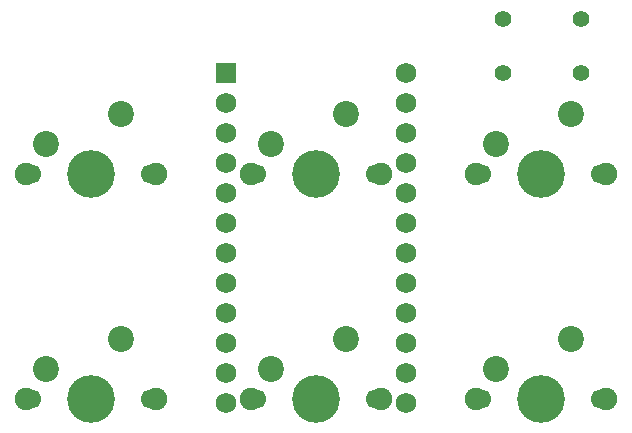
<source format=gbr>
%TF.GenerationSoftware,Altium Limited,Altium Designer,20.1.12 (249)*%
G04 Layer_Color=255*
%FSLAX26Y26*%
%MOIN*%
%TF.SameCoordinates,4EBFCD2D-B14F-4313-BC4F-D652A0771492*%
%TF.FilePolarity,Positive*%
%TF.FileFunction,Pads,Top*%
%TF.Part,Single*%
G01*
G75*
%TA.AperFunction,ComponentPad*%
%ADD10C,0.159449*%
%ADD11C,0.074803*%
%ADD12C,0.066929*%
%ADD13C,0.086614*%
%ADD14C,0.069016*%
%ADD15R,0.069016X0.069016*%
%ADD16C,0.055118*%
D10*
X1089173Y1084842D02*
D03*
X339961Y335630D02*
D03*
X1838386D02*
D03*
X1089173D02*
D03*
X339961Y1084842D02*
D03*
X1838386D02*
D03*
D11*
X1305709D02*
D03*
X872638D02*
D03*
X556496Y335630D02*
D03*
X123425D02*
D03*
X2054921D02*
D03*
X1621850D02*
D03*
X1305709D02*
D03*
X872638D02*
D03*
X556496Y1084842D02*
D03*
X123425D02*
D03*
X2054921D02*
D03*
X1621850D02*
D03*
D12*
X1289173D02*
D03*
X889173D02*
D03*
X539961Y335630D02*
D03*
X139961D02*
D03*
X2038386D02*
D03*
X1638386D02*
D03*
X1289173D02*
D03*
X889173D02*
D03*
X539961Y1084842D02*
D03*
X139961D02*
D03*
X2038386D02*
D03*
X1638386D02*
D03*
D13*
X1189173Y1284842D02*
D03*
X939173Y1184842D02*
D03*
X439961Y535630D02*
D03*
X189961Y435630D02*
D03*
X1938386Y535630D02*
D03*
X1688386Y435630D02*
D03*
X1189173Y535630D02*
D03*
X939173Y435630D02*
D03*
X439961Y1284842D02*
D03*
X189961Y1184842D02*
D03*
X1938386Y1284842D02*
D03*
X1688386Y1184842D02*
D03*
D14*
X1389764Y1220472D02*
D03*
Y420472D02*
D03*
Y820472D02*
D03*
Y320472D02*
D03*
Y620472D02*
D03*
Y520472D02*
D03*
Y1020472D02*
D03*
Y920472D02*
D03*
Y1320472D02*
D03*
Y1120472D02*
D03*
Y1420472D02*
D03*
Y720472D02*
D03*
X789764Y420472D02*
D03*
Y820472D02*
D03*
Y1220472D02*
D03*
Y320472D02*
D03*
Y620472D02*
D03*
Y520472D02*
D03*
Y1020472D02*
D03*
Y920472D02*
D03*
Y1120472D02*
D03*
Y1320472D02*
D03*
Y720472D02*
D03*
D15*
Y1420472D02*
D03*
D16*
X1712599Y1421260D02*
D03*
Y1602362D02*
D03*
X1972441Y1421260D02*
D03*
Y1602362D02*
D03*
%TF.MD5,dfd1e6adc911040d0984837cfc96f62c*%
M02*

</source>
